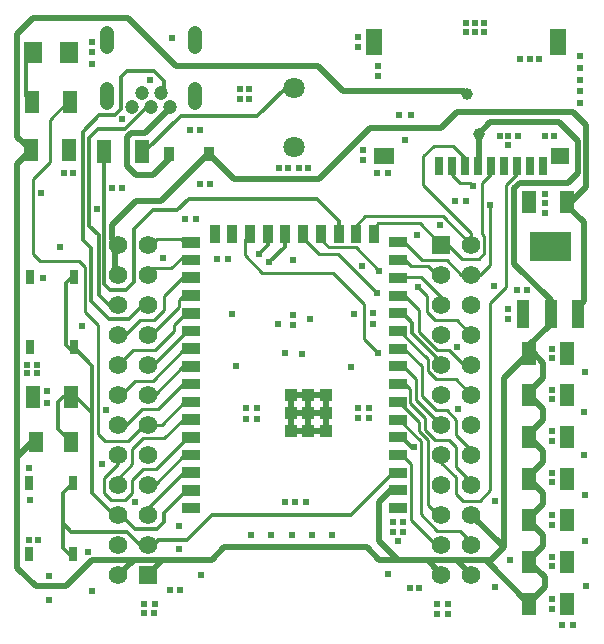
<source format=gtl>
G04 Layer: TopLayer*
G04 EasyEDA v6.4.25, 2021-10-04T21:21:11--4:00*
G04 2cf70da8eae2490c89e5189a04a06a47,96b9eb17c6bf4bf1aa34359f555252a9,10*
G04 Gerber Generator version 0.2*
G04 Scale: 100 percent, Rotated: No, Reflected: No *
G04 Dimensions in millimeters *
G04 leading zeros omitted , absolute positions ,4 integer and 5 decimal *
%FSLAX45Y45*%
%MOMM*%

%ADD10C,0.2540*%
%ADD11C,0.3000*%
%ADD12C,0.5000*%
%ADD13C,0.6096*%
%ADD14C,1.0000*%
%ADD15R,0.7000X1.3000*%
%ADD17R,0.9500X1.1500*%
%ADD19R,1.0500X2.4650*%
%ADD21R,1.2000X1.9000*%
%ADD22R,0.7010X1.6002*%
%ADD23R,1.6002X1.3995*%
%ADD24R,1.3995X2.1996*%
%ADD25R,1.8009X1.3995*%
%ADD26R,1.5000X0.9000*%
%ADD27R,0.9000X1.5000*%
%ADD28R,1.0500X1.0500*%
%ADD29C,1.8000*%
%ADD30C,1.2000*%
%ADD31R,1.5748X1.5748*%
%ADD32C,1.5748*%
%ADD33C,0.6200*%

%LPD*%
D11*
X1935119Y-1519890D02*
G01*
X1999889Y-1519890D01*
X2079899Y-1599900D01*
X2079899Y-1689816D01*
X2323993Y-1933910D01*
X2323993Y-1957532D01*
D12*
X3390031Y-580090D02*
G01*
X3390031Y-610062D01*
X3529985Y-750016D01*
X3529985Y-1414734D01*
X3479693Y-1465026D01*
X-412094Y-939502D02*
G01*
X-460103Y-891491D01*
X-460103Y-770097D01*
X-259923Y-569930D01*
X-49933Y-569930D01*
X349991Y-170007D01*
X359227Y-170007D01*
D11*
X-810011Y-2229998D02*
G01*
X-879998Y-2229998D01*
X-920000Y-2270000D01*
X-920000Y-2502153D01*
X-812137Y-2610017D01*
X-630026Y-2365247D02*
G01*
X-765276Y-2229998D01*
X-810011Y-2229998D01*
X-794872Y-2960070D02*
G01*
X-879962Y-3044906D01*
X-879962Y-3509980D01*
X-829924Y-3560018D01*
X-794872Y-3560018D01*
D12*
X2210000Y-3610002D02*
G01*
X2323993Y-3735532D01*
D10*
X1942993Y-1370030D02*
G01*
X2019955Y-1370030D01*
X2140097Y-1490172D01*
X2140097Y-1680164D01*
X2289957Y-1830024D01*
X2390033Y-1830024D01*
X2518049Y-1958040D01*
X2577993Y-1958040D01*
D12*
X3060085Y-2560020D02*
G01*
X3189879Y-2689814D01*
X3189879Y-2776682D01*
X3060085Y-2906476D01*
X3060085Y-3269950D02*
G01*
X3189879Y-3399744D01*
X3189879Y-3486612D01*
X3060085Y-3616406D01*
X3250077Y-1465788D02*
G01*
X3250077Y-1610060D01*
X3060085Y-1800052D01*
D11*
X1960001Y-2870001D02*
G01*
X1920133Y-2869900D01*
X1559961Y-3230072D01*
X379877Y-3230072D01*
X170073Y-3439876D01*
X-69956Y-3439876D01*
X-109580Y-3479500D01*
X-158094Y-3479500D01*
D12*
X3060085Y-1850090D02*
G01*
X3099963Y-1850090D01*
X3189879Y-1939752D01*
X3189879Y-2066752D01*
X3060085Y-2196546D01*
D10*
X1935119Y-2420066D02*
G01*
X1969917Y-2420066D01*
X2150003Y-2600152D01*
X2150003Y-3219912D01*
X2289957Y-3360120D01*
X2480203Y-3360120D01*
X2577993Y-3457910D01*
X2577993Y-3481532D01*
D12*
X3069991Y-3625042D02*
G01*
X3199785Y-3754836D01*
X3199785Y-3841704D01*
X3069991Y-3971498D01*
X3060085Y-2915112D02*
G01*
X3189879Y-3044906D01*
X3189879Y-3131774D01*
X3060085Y-3261568D01*
X3060085Y-2204928D02*
G01*
X3189879Y-2334722D01*
X3189879Y-2421590D01*
X3060085Y-2551384D01*
D10*
X185059Y-919942D02*
G01*
X149753Y-919942D01*
X119781Y-889970D01*
X-80878Y-889970D01*
X-130408Y-939500D01*
D12*
X2859933Y-3500074D02*
G01*
X2577993Y-3227532D01*
X2577993Y-3227532D01*
D10*
X1935119Y-2720040D02*
G01*
X1989983Y-2720040D01*
X2069993Y-2800050D01*
X2069993Y-3269950D01*
X2281575Y-3481532D01*
X2323993Y-3481532D01*
X1935119Y-2269952D02*
G01*
X1969917Y-2269952D01*
X2140097Y-2440132D01*
X2140097Y-2519888D01*
X2209947Y-2589738D01*
X2209947Y-3139902D01*
X2297577Y-3227532D01*
X2323993Y-3227532D01*
D12*
X2460000Y-3610002D02*
G01*
X2577213Y-3735445D01*
D10*
X1935119Y-1969978D02*
G01*
X1999889Y-1969978D01*
X2110125Y-2080214D01*
X2110125Y-2251664D01*
X2323993Y-2465532D01*
X1142893Y-872444D02*
G01*
X1142893Y-902924D01*
X2129988Y-1300002D02*
G01*
X2200043Y-1370058D01*
X2200043Y-1509984D01*
X2270142Y-1580088D01*
X2454554Y-1580088D01*
X2577993Y-1703529D01*
X209951Y-1070056D02*
G01*
X179979Y-1040084D01*
X139847Y-1040084D01*
X40025Y-1139906D01*
X-104500Y-1139906D01*
X-158094Y-1193500D01*
X199999Y-2870001D02*
G01*
X140101Y-2869900D01*
X-158094Y-3168096D01*
X-158094Y-3225500D01*
X199999Y-2720002D02*
G01*
X150007Y-2720040D01*
X-101452Y-2971500D01*
X-158094Y-2971500D01*
X199999Y-2270000D02*
G01*
X150007Y-2269952D01*
X-43540Y-2463500D01*
X-158094Y-2463500D01*
X199999Y-1970001D02*
G01*
X139339Y-1970232D01*
X-97642Y-2209500D01*
X-158094Y-2209500D01*
X199999Y-1820001D02*
G01*
X150007Y-1820118D01*
X-119994Y-2090120D01*
X-270108Y-2090120D01*
X-389488Y-2209500D01*
X-412094Y-2209500D01*
X199999Y-1369999D02*
G01*
X139847Y-1370030D01*
X99969Y-1409908D01*
X99969Y-1470106D01*
X-131424Y-1701500D01*
X-158094Y-1701500D01*
D12*
X-279999Y-3610002D02*
G01*
X-412094Y-3733500D01*
X-36174Y-3610056D02*
G01*
X-158094Y-3733500D01*
D10*
X1935119Y-1230076D02*
G01*
X1955185Y-1210010D01*
X2150003Y-1210010D01*
X2323993Y-1384000D01*
X2323993Y-1439880D01*
X1935119Y-1070056D02*
G01*
X2019955Y-1070056D01*
X2069993Y-1120094D01*
X2210201Y-1120094D01*
X2285639Y-1195532D01*
X2323993Y-1195532D01*
X1935119Y-919942D02*
G01*
X2010049Y-919942D01*
X2159909Y-1070056D01*
X2369967Y-1070056D01*
X2495443Y-1195532D01*
X2577993Y-1195532D01*
X189885Y-2429972D02*
G01*
X129941Y-2429972D01*
X-20172Y-2580086D01*
X-200004Y-2580086D01*
X-289920Y-2670002D01*
X-289920Y-2799796D01*
X-412094Y-2921970D01*
X-412094Y-2971500D01*
D12*
X1989983Y-3610056D02*
G01*
X1960011Y-3610056D01*
X1799991Y-3450036D01*
X1799991Y-3120090D01*
X1900067Y-3020014D01*
X1950105Y-3020014D01*
D10*
X1300119Y-850092D02*
G01*
X1300119Y-889970D01*
X1369969Y-960074D01*
X1600093Y-960074D01*
X1799991Y-1159972D01*
X1592981Y-872444D02*
G01*
X1592981Y-787100D01*
X1680103Y-699978D01*
X2336439Y-699978D01*
X2577993Y-941532D01*
D11*
X2090008Y-2650012D02*
G01*
X2070072Y-2650012D01*
X1989985Y-2569926D01*
X1935119Y-2569926D01*
D10*
X1743095Y-870158D02*
G01*
X1743095Y-806912D01*
X1790085Y-759922D01*
X2142383Y-759922D01*
X2323993Y-941532D01*
X200045Y-1519890D02*
G01*
X159913Y-1519890D01*
X60091Y-1619966D01*
X60091Y-1670004D01*
X-99928Y-1830024D01*
X-286618Y-1830024D01*
X-412094Y-1955500D01*
X199999Y-1670001D02*
G01*
X170073Y-1670004D01*
X-115422Y-1955500D01*
X-158094Y-1955500D01*
D12*
X3069991Y-1859996D02*
G01*
X2859933Y-2070054D01*
X2859933Y-3500074D01*
X2749951Y-3610056D01*
X2690007Y-3610056D01*
D10*
X1142893Y-872444D02*
G01*
X1290467Y-1020018D01*
X1450233Y-1020018D01*
X1779925Y-1349964D01*
X204871Y-2569926D02*
G01*
X179979Y-2569926D01*
X-90022Y-2839928D01*
X-200004Y-2839928D01*
X-289920Y-2930098D01*
X-289920Y-3040080D01*
X-350118Y-3100024D01*
X-470006Y-3100024D01*
X-529950Y-3040080D01*
X-529950Y-2910794D01*
X-412094Y-2792938D01*
X-412094Y-2717500D01*
X200045Y-2120092D02*
G01*
X139847Y-2120092D01*
X-69956Y-2329896D01*
X-209402Y-2329896D01*
X-343006Y-2463500D01*
X-412094Y-2463500D01*
D11*
X-1129898Y689909D02*
G01*
X-1191366Y628441D01*
X-1191366Y321355D01*
X-1140058Y270047D01*
D12*
X3069991Y-3979626D02*
G01*
X2700167Y-3608786D01*
X1799991Y-3608786D01*
X1692295Y-3502360D01*
X487065Y-3502360D01*
X379877Y-3608786D01*
X-630534Y-3608786D01*
X-851768Y-3830020D01*
X-1110086Y-3830020D01*
X-1263756Y-3676350D01*
X-1263756Y-253700D01*
X-1149964Y-139908D01*
X-1263756Y-2787858D02*
G01*
X-1263756Y-2737312D01*
X-1140312Y-2610058D01*
X-1107800Y-2610058D01*
X28087Y227375D02*
G01*
X28087Y217977D01*
X-182986Y7157D01*
X-303636Y7157D01*
X-335894Y-25100D01*
X-335894Y-274020D01*
X-259948Y-349966D01*
X-117708Y-349966D01*
X20721Y-211536D01*
X20721Y-169880D01*
X2639994Y1417D02*
G01*
X2639994Y-269544D01*
X2636893Y-272646D01*
D10*
X2746903Y-272750D02*
G01*
X2746903Y-341838D01*
X2669941Y-418800D01*
X2669941Y-849838D01*
X2690007Y-869904D01*
X2690007Y-1009858D01*
X2639969Y-1059896D01*
X2499761Y-1059896D01*
X2381651Y-941532D01*
X2323993Y-941532D01*
D12*
X3250077Y-1525732D02*
G01*
X3250077Y-1409908D01*
X2940705Y-1100536D01*
X2940705Y-461472D01*
X2988457Y-413720D01*
X3396381Y-413720D01*
X3478169Y-331932D01*
X3478169Y-63200D01*
X3318657Y96311D01*
X2734965Y96311D01*
X2639969Y1315D01*
D11*
X-158094Y-3479500D02*
G01*
X-223372Y-3479500D01*
X-332846Y-3370026D01*
X-809858Y-3370026D01*
X-879962Y-3299922D01*
X-879962Y-3040080D01*
X-412094Y-1447500D02*
G01*
X-492612Y-1447500D01*
X-576940Y-1363172D01*
X-576940Y-860252D01*
X-657712Y-779480D01*
X-657712Y-37546D01*
X-581512Y38653D01*
X-351388Y38653D01*
X-162666Y227375D01*
X-131932Y227375D01*
X1455059Y-845012D02*
G01*
X1455059Y-735030D01*
X1270147Y-550118D01*
X189885Y-550118D01*
X90063Y-649940D01*
X-119994Y-649940D01*
X-280014Y-809960D01*
X-280014Y-1254714D01*
X-345292Y-1319992D01*
X-479912Y-1319992D01*
X-529950Y-1269954D01*
X-529950Y-150068D01*
X-209910Y-150068D02*
G01*
X-179938Y-150068D01*
X120035Y149905D01*
X768243Y149905D01*
X1012083Y390443D01*
X1080155Y389935D01*
X855009Y-845014D02*
G01*
X855009Y-944986D01*
X780003Y-1019992D01*
X1004991Y-845014D02*
G01*
X1004991Y-954999D01*
X869995Y-1089995D01*
X185059Y-3020014D02*
G01*
X170073Y-3020014D01*
X-20680Y-3210768D01*
X-20680Y-3290778D01*
X-79862Y-3349960D01*
X-264520Y-3349960D01*
X-388980Y-3225500D01*
X-412094Y-3225500D01*
X-784992Y-1809983D02*
G01*
X-630026Y-1964949D01*
X-630026Y-3040080D01*
X-444606Y-3225502D01*
X-412094Y-3225502D01*
D10*
X2577993Y-941532D02*
G01*
X2577993Y-837900D01*
X2173879Y-433786D01*
X2173879Y-186136D01*
X2259985Y-100030D01*
X2420005Y-100030D01*
X2530241Y-210266D01*
X2530241Y-272750D01*
X2589931Y-440136D02*
G01*
X2564531Y-414736D01*
X2484521Y-414736D01*
X2416957Y-346918D01*
X2416957Y-272750D01*
X2577993Y-1195532D02*
G01*
X2654447Y-1195532D01*
X2740045Y-1109934D01*
X2740045Y-601172D01*
D11*
X-158094Y-1447500D02*
G01*
X-197464Y-1447500D01*
X-320654Y-1569928D01*
X-490072Y-1569928D01*
X-639932Y-1420068D01*
X-639932Y-971250D01*
X-712576Y-898606D01*
X-712576Y17571D01*
X-570082Y160065D01*
X-440034Y160065D01*
X-389996Y210103D01*
X-389996Y481375D01*
X-337926Y533445D01*
X-110342Y533445D01*
X-24998Y447847D01*
X-24998Y382823D01*
X-59796Y347771D01*
X-51922Y347771D01*
D10*
X-820018Y270047D02*
G01*
X-840084Y270047D01*
X-989944Y119933D01*
X-989944Y-240746D01*
X-1129898Y-380700D01*
X-1129898Y-1020018D01*
X-1069954Y-1080216D01*
X-1092814Y-1058626D02*
G01*
X-1071478Y-1079962D01*
X-740008Y-1079962D01*
X-689970Y-1130000D01*
X-689970Y-1509984D01*
X-577956Y-1621998D01*
X-577956Y-2541224D01*
X-518774Y-2600406D01*
X-326750Y-2600406D01*
X-186288Y-2459944D01*
X-159872Y-2459944D01*
D11*
X-784992Y-1210010D02*
G01*
X-799952Y-1210010D01*
X-849988Y-1260045D01*
X-849988Y-1789892D01*
X-820018Y-1820118D01*
X-784964Y-1820118D01*
D12*
X359303Y-169880D02*
G01*
X569361Y-379938D01*
X1289959Y-379938D01*
X1719981Y50083D01*
X2326533Y50083D01*
X2456327Y179877D01*
X3440069Y179877D01*
X3548527Y71419D01*
X3548527Y-451566D01*
X3420003Y-580090D01*
X3390031Y-580090D01*
X-1149964Y-139908D02*
G01*
X-1264518Y-25354D01*
X-1264518Y846373D01*
X-1129898Y980993D01*
X-329798Y980993D01*
X81173Y570021D01*
X1280053Y570021D01*
X1490111Y359963D01*
X2520081Y359963D01*
X2539893Y339897D01*
D10*
X704997Y-845012D02*
G01*
X660039Y-889970D01*
X660039Y-1029924D01*
X810915Y-1180800D01*
X1410863Y-1180800D01*
X1669943Y-1439880D01*
X1669943Y-1739854D01*
X1790085Y-1859996D01*
X1935119Y-2120092D02*
G01*
X2020209Y-2120092D01*
X2060087Y-2159970D01*
X2060087Y-2280112D01*
X2189881Y-2409906D01*
X2189881Y-2509982D01*
X2269891Y-2589992D01*
X2390033Y-2589992D01*
X2449977Y-2649936D01*
X2449977Y-2819862D01*
X2577993Y-2947878D01*
X2577993Y-2973532D01*
X1935119Y-1820118D02*
G01*
X2010049Y-1820118D01*
X2159909Y-1969978D01*
X2159909Y-2219914D01*
X2280051Y-2340056D01*
X2369967Y-2340056D01*
X2449977Y-2420066D01*
X2449977Y-2549860D01*
X2577993Y-2677876D01*
X2577993Y-2719532D01*
D12*
X-410062Y-940008D02*
G01*
X-440034Y-969980D01*
X-440034Y-1164036D01*
X-410062Y-1194008D01*
D10*
X200045Y-1219916D02*
G01*
X130195Y-1219916D01*
X-19918Y-1370030D01*
X-19918Y-1489918D01*
X-110088Y-1580088D01*
X-229976Y-1580088D01*
X-351388Y-1701500D01*
X-412094Y-1701500D01*
X1935119Y-1670004D02*
G01*
X1969917Y-1670004D01*
X2209947Y-1910034D01*
X2209947Y-2010110D01*
X2279797Y-2079960D01*
X2446421Y-2079960D01*
X2577993Y-2211532D01*
X2323993Y-2719532D02*
G01*
X2323993Y-2784048D01*
X2449977Y-2910032D01*
X2449977Y-3049986D01*
X2509921Y-3109930D01*
X2649875Y-3109930D01*
X2740045Y-3019760D01*
X2740045Y-1429974D01*
X2875173Y-1294846D01*
X2875173Y-431246D01*
X2966613Y-340822D01*
X2966867Y-272750D01*
D15*
G01*
X-1165001Y-3559992D03*
G01*
X-1165001Y-2960019D03*
G01*
X-794999Y-3559992D03*
G01*
X-794999Y-2960019D03*
G36*
X-1205001Y780000D02*
G01*
X-1054999Y780000D01*
X-1054999Y600001D01*
X-1205001Y600001D01*
G37*
G36*
X-905001Y780000D02*
G01*
X-754999Y780000D01*
X-754999Y600001D01*
X-905001Y600001D01*
G37*
D17*
G01*
X20772Y-170007D03*
G01*
X359252Y-170007D03*
G36*
X-1047501Y-2524953D02*
G01*
X-1047501Y-2695051D01*
X-1168252Y-2695051D01*
X-1168252Y-2524953D01*
G37*
G36*
X-872500Y-2524953D02*
G01*
X-872500Y-2695051D01*
X-751748Y-2695051D01*
X-751748Y-2524953D01*
G37*
D19*
G01*
X3020004Y-1525757D03*
G01*
X3250001Y-1525757D03*
G01*
X3479998Y-1525757D03*
G36*
X3427001Y-1077501D02*
G01*
X3073001Y-1077501D01*
X3073001Y-830999D01*
X3427001Y-830999D01*
G37*
G36*
X-269991Y-54998D02*
G01*
X-149992Y-54998D01*
X-149992Y-245000D01*
X-269991Y-245000D01*
G37*
G36*
X-590006Y-54998D02*
G01*
X-470006Y-54998D01*
X-470006Y-245000D01*
X-590006Y-245000D01*
G37*
D15*
G01*
X-1155019Y-1809983D03*
G01*
X-1155019Y-1210010D03*
G01*
X-784992Y-1809983D03*
G01*
X-784992Y-1210010D03*
D21*
G01*
X3390005Y-3273328D03*
G01*
X3069991Y-3273328D03*
G01*
X3390005Y-2213335D03*
G01*
X3069991Y-2213335D03*
G01*
X3390005Y-2919989D03*
G01*
X3069991Y-2919989D03*
G01*
X3390005Y-3980007D03*
G01*
X3069991Y-3980007D03*
G36*
X3009999Y-1765000D02*
G01*
X3129998Y-1765000D01*
X3129998Y-1955002D01*
X3009999Y-1955002D01*
G37*
G36*
X3330013Y-1765000D02*
G01*
X3450013Y-1765000D01*
X3450013Y-1955002D01*
X3330013Y-1955002D01*
G37*
G01*
X-1140007Y269996D03*
G01*
X-819993Y269996D03*
G01*
X3390005Y-3626667D03*
G01*
X3069991Y-3626667D03*
G01*
X3390005Y-2566675D03*
G01*
X3069991Y-2566675D03*
D22*
G01*
X2306899Y-272648D03*
G01*
X2416906Y-272648D03*
G01*
X2526913Y-272648D03*
G01*
X2636895Y-272648D03*
G01*
X2746903Y-272648D03*
G01*
X2856910Y-272648D03*
G01*
X2966892Y-272648D03*
G01*
X3076900Y-272648D03*
G01*
X3186907Y-272648D03*
D23*
G01*
X3331890Y-187355D03*
D24*
G01*
X3311900Y772637D03*
D25*
G01*
X1836846Y-187304D03*
D24*
G01*
X1751909Y772637D03*
D26*
G01*
X1955007Y-2270003D03*
G01*
X1955007Y-2119990D03*
G01*
X1955007Y-1970003D03*
G01*
X1955007Y-1819991D03*
G01*
X1955007Y-1670004D03*
G01*
X1955007Y-1519991D03*
G01*
X1955007Y-1370004D03*
G01*
X1955007Y-1219992D03*
G01*
X1955007Y-1070005D03*
G01*
X1955007Y-919993D03*
G01*
X1955007Y-2419990D03*
G01*
X1955007Y-2570002D03*
G01*
X1955007Y-2719989D03*
G01*
X1955007Y-2870001D03*
G01*
X1955007Y-3020014D03*
G01*
X1955007Y-3170001D03*
D27*
G01*
X1755007Y-845012D03*
G01*
X1604995Y-845012D03*
G01*
X1455008Y-845012D03*
G01*
X1304996Y-845012D03*
G01*
X1155009Y-845012D03*
G01*
X1004996Y-845012D03*
G01*
X855009Y-845012D03*
G01*
X704997Y-845012D03*
G01*
X555010Y-845012D03*
G01*
X404997Y-845012D03*
G36*
X129999Y-874999D02*
G01*
X280001Y-874999D01*
X280001Y-965001D01*
X129999Y-965001D01*
G37*
G36*
X129999Y-1024999D02*
G01*
X280001Y-1024999D01*
X280001Y-1115001D01*
X129999Y-1115001D01*
G37*
G36*
X129999Y-1174998D02*
G01*
X280001Y-1174998D01*
X280001Y-1265001D01*
X129999Y-1265001D01*
G37*
G36*
X129999Y-1324998D02*
G01*
X280001Y-1324998D01*
X280001Y-1415000D01*
X129999Y-1415000D01*
G37*
G36*
X129999Y-1474998D02*
G01*
X280001Y-1474998D01*
X280001Y-1565000D01*
X129999Y-1565000D01*
G37*
G36*
X129999Y-1624998D02*
G01*
X280001Y-1624998D01*
X280001Y-1715000D01*
X129999Y-1715000D01*
G37*
G36*
X129999Y-1775000D02*
G01*
X280001Y-1775000D01*
X280001Y-1865002D01*
X129999Y-1865002D01*
G37*
G36*
X129999Y-1924999D02*
G01*
X280001Y-1924999D01*
X280001Y-2015002D01*
X129999Y-2015002D01*
G37*
G36*
X129999Y-2074999D02*
G01*
X280001Y-2074999D01*
X280001Y-2165002D01*
X129999Y-2165002D01*
G37*
G36*
X129999Y-2224999D02*
G01*
X280001Y-2224999D01*
X280001Y-2315001D01*
X129999Y-2315001D01*
G37*
G36*
X129999Y-2374999D02*
G01*
X280001Y-2374999D01*
X280001Y-2465001D01*
X129999Y-2465001D01*
G37*
G36*
X129999Y-2524998D02*
G01*
X280001Y-2524998D01*
X280001Y-2615001D01*
X129999Y-2615001D01*
G37*
G36*
X129999Y-2674998D02*
G01*
X280001Y-2674998D01*
X280001Y-2765000D01*
X129999Y-2765000D01*
G37*
G36*
X129999Y-2824998D02*
G01*
X280001Y-2824998D01*
X280001Y-2915000D01*
X129999Y-2915000D01*
G37*
G36*
X129999Y-2975000D02*
G01*
X280001Y-2975000D01*
X280001Y-3065002D01*
X129999Y-3065002D01*
G37*
G36*
X129999Y-3125000D02*
G01*
X280001Y-3125000D01*
X280001Y-3215002D01*
X129999Y-3215002D01*
G37*
D28*
G01*
X1349014Y-2515011D03*
G01*
X1199001Y-2515011D03*
G01*
X1048989Y-2515011D03*
G01*
X1048989Y-2364999D03*
G01*
X1199001Y-2364999D03*
G01*
X1349014Y-2364999D03*
G01*
X1048989Y-2215012D03*
G01*
X1199001Y-2215012D03*
G01*
X1349014Y-2215012D03*
D21*
G01*
X-830000Y-140009D03*
G01*
X-1150015Y-140009D03*
G36*
X3010001Y-485000D02*
G01*
X3130001Y-485000D01*
X3130001Y-675002D01*
X3010001Y-675002D01*
G37*
G36*
X3330016Y-485000D02*
G01*
X3450015Y-485000D01*
X3450015Y-675002D01*
X3330016Y-675002D01*
G37*
G01*
X-810011Y-2229998D03*
G01*
X-1130025Y-2229998D03*
D29*
G01*
X1080079Y390062D03*
G01*
X1080079Y-109910D03*
D30*
G01*
X-292003Y227451D03*
G01*
X-132008Y227451D03*
G01*
X-211993Y347822D03*
G01*
X-51998Y347822D03*
G01*
X27985Y227451D03*
D31*
G01*
X-158094Y-3733500D03*
D32*
G01*
X-412094Y-3733500D03*
G01*
X-158094Y-3479500D03*
G01*
X-412094Y-3479500D03*
G01*
X-158094Y-3225500D03*
G01*
X-412094Y-3225500D03*
G01*
X-158094Y-2971500D03*
G01*
X-412094Y-2971500D03*
G01*
X-158094Y-2717500D03*
G01*
X-412094Y-2717500D03*
G01*
X-158094Y-2463500D03*
G01*
X-412094Y-2463500D03*
G01*
X-158094Y-2209500D03*
G01*
X-412094Y-2209500D03*
G01*
X-158094Y-1955500D03*
G01*
X-412094Y-1955500D03*
G01*
X-158094Y-1701500D03*
G01*
X-412094Y-1701500D03*
G01*
X-158094Y-1447500D03*
G01*
X-412094Y-1447500D03*
G01*
X-158094Y-1193500D03*
G01*
X-412094Y-1193500D03*
G01*
X-158094Y-939500D03*
G01*
X-412094Y-939500D03*
D31*
G01*
X2324018Y-941405D03*
D32*
G01*
X2578018Y-941405D03*
G01*
X2324018Y-1195405D03*
G01*
X2578018Y-1195405D03*
G01*
X2324018Y-1449405D03*
G01*
X2578018Y-1449405D03*
G01*
X2324018Y-1703405D03*
G01*
X2578018Y-1703405D03*
G01*
X2324018Y-1957405D03*
G01*
X2578018Y-1957405D03*
G01*
X2324018Y-2211405D03*
G01*
X2578018Y-2211405D03*
G01*
X2324018Y-2465405D03*
G01*
X2578018Y-2465405D03*
G01*
X2324018Y-2719405D03*
G01*
X2578018Y-2719405D03*
G01*
X2324018Y-2973405D03*
G01*
X2578018Y-2973405D03*
G01*
X2324018Y-3227405D03*
G01*
X2578018Y-3227405D03*
G01*
X2324018Y-3481405D03*
G01*
X2578018Y-3481405D03*
G01*
X2324018Y-3735405D03*
G01*
X2578018Y-3735405D03*
D33*
G01*
X1274008Y-2515036D03*
G01*
X1123995Y-2515036D03*
G01*
X1048989Y-2440030D03*
G01*
X1048989Y-2290018D03*
G01*
X1123995Y-2215037D03*
G01*
X1274008Y-2215037D03*
G01*
X1274008Y-2365024D03*
G01*
X1123995Y-2365024D03*
G01*
X1199001Y-2445034D03*
G01*
X1199001Y-2289027D03*
G01*
X1349014Y-2442011D03*
G01*
X1348988Y-2289027D03*
D13*
G01*
X1120007Y-289996D03*
G01*
X1790009Y-1859996D03*
G01*
X-630001Y-3869999D03*
G01*
X2469992Y-2329997D03*
G01*
X2769991Y-1289994D03*
G01*
X99994Y-3320013D03*
G01*
X-270007Y-3120014D03*
G01*
X1663796Y-141102D03*
G01*
X2739994Y-601273D03*
G01*
X250007Y769995D03*
G01*
X1180002Y-3120014D03*
G01*
X999992Y-3120014D03*
G01*
X-992967Y-3950949D03*
G01*
X-994897Y-3746962D03*
G01*
X-1089995Y-3440003D03*
G01*
X3496457Y658261D03*
G01*
X99994Y-3520013D03*
G01*
X1402481Y-3397788D03*
G01*
X1057473Y-3397788D03*
G01*
X712490Y-3397788D03*
G01*
X2971439Y-21544D03*
G01*
X3153785Y628721D03*
G01*
X3073775Y628721D03*
G01*
X2993791Y628721D03*
G01*
X1960011Y-3450010D03*
G01*
X3050001Y-1319992D03*
G01*
X2970016Y-1319992D03*
G01*
X3260008Y-4020012D03*
G01*
X3260008Y-3940002D03*
G01*
X3260008Y-3660018D03*
G01*
X3260008Y-3580008D03*
G01*
X3260008Y-3310006D03*
G01*
X3260008Y-3229996D03*
G01*
X3260008Y-2870001D03*
G01*
X3260008Y-2950011D03*
G01*
X3260008Y-2599999D03*
G01*
X3260008Y-2520015D03*
G01*
X3260008Y-2249987D03*
G01*
X3260008Y-2170003D03*
G01*
X3260008Y-1900001D03*
G01*
X3260008Y-1819991D03*
G01*
X2129988Y-1300002D03*
G01*
X1780001Y-1349989D03*
G01*
X1799991Y-1159997D03*
G01*
X1920006Y-3370000D03*
G01*
X2000016Y-3289990D03*
G01*
X2090008Y-2650012D03*
G01*
X1090010Y-3120014D03*
G01*
X1920006Y-3289990D03*
G01*
X2000016Y-3370000D03*
G01*
X-1100002Y-1959996D03*
G01*
X2069993Y159989D03*
G01*
X-1170005Y-3440003D03*
G01*
X2891454Y-91546D03*
G01*
X-1010010Y-2180010D03*
G01*
X2779999Y-3110006D03*
G01*
X1869993Y-3729995D03*
G01*
X290012Y-3740002D03*
G01*
X884981Y-3397788D03*
G01*
X1229989Y-3397788D03*
G01*
X1653661Y-1121262D03*
G01*
X1070096Y-1531218D03*
G01*
X1585920Y-1527662D03*
G01*
X945078Y-1607469D03*
G01*
X1068903Y-1619255D03*
G01*
X1213810Y-1568734D03*
G01*
X2891454Y-21544D03*
G01*
X1709999Y-2319990D03*
G01*
X2590007Y-440009D03*
G01*
X1618889Y820008D03*
G01*
X1969993Y159989D03*
G01*
X2120005Y-859998D03*
G01*
X-30002Y-1049990D03*
G01*
X3496457Y458261D03*
G01*
X3496457Y258262D03*
G01*
X3200013Y-590021D03*
G01*
X3200013Y-670006D03*
G01*
X3200013Y-510011D03*
G01*
X48356Y812363D03*
G01*
X1618889Y729990D03*
G01*
X1790009Y574923D03*
G01*
X1199992Y-289996D03*
G01*
X554324Y-1522252D03*
G01*
X2909996Y-3610005D03*
G01*
X247213Y-723397D03*
G01*
X-670006Y-3540003D03*
G01*
X2779999Y-3840002D03*
G01*
X2139995Y-3850010D03*
G01*
X2460010Y-1810009D03*
G01*
X2309997Y-770006D03*
G01*
X29992Y-3859992D03*
G01*
X3496457Y558261D03*
G01*
X3496457Y358261D03*
G01*
X2890006Y-1480012D03*
G01*
X2890006Y-1570004D03*
G01*
X1663796Y-221112D03*
G01*
X1780001Y-330001D03*
G01*
X1620006Y-2319990D03*
G01*
X1709999Y-2410007D03*
G01*
X1620006Y-2410007D03*
G01*
X-1179987Y-2029998D03*
G01*
X-1170005Y-2829996D03*
G01*
X-630001Y780003D03*
G01*
X-630001Y690011D03*
G01*
X950005Y-289996D03*
G01*
X1029990Y-289996D03*
G01*
X-459999Y-459999D03*
G01*
X110002Y-3859992D03*
G01*
X2060011Y-3850010D03*
G01*
X-100004Y-3980007D03*
G01*
X-189997Y-3980007D03*
G01*
X-189997Y-4059991D03*
G01*
X-109987Y-4059991D03*
G01*
X2290008Y-3980007D03*
G01*
X2380000Y-3980007D03*
G01*
X2380000Y-4070024D03*
G01*
X2290008Y-4070024D03*
G01*
X-1179987Y-1959996D03*
G01*
X157271Y-724540D03*
G01*
X585972Y-1966523D03*
G01*
X1143172Y-1863653D03*
G01*
X1558462Y-1973026D03*
G01*
X999992Y-1859996D03*
G01*
X1790009Y484906D03*
G01*
X3539992Y-2019990D03*
G01*
X3530010Y-2359995D03*
G01*
X3530010Y-2720014D03*
G01*
X3539992Y-3450010D03*
G01*
X3539992Y-3059993D03*
G01*
X3350000Y-4159991D03*
G01*
X3439993Y-4159991D03*
G01*
X-1010010Y-2280010D03*
G01*
X3550000Y-3829994D03*
G01*
X-1100002Y-2029998D03*
D14*
G01*
X2539994Y339999D03*
G01*
X2639994Y1417D03*
D13*
G01*
X2821452Y-21544D03*
G01*
X-379989Y-459999D03*
G01*
X-143794Y458642D03*
G01*
X-866932Y-333761D03*
G01*
X-790707Y-332821D03*
G01*
X-1159997Y-3099998D03*
G01*
X-1059997Y-500004D03*
G01*
X-900003Y-959998D03*
G01*
X-630001Y590011D03*
G01*
X763036Y-2414605D03*
G01*
X673044Y-2414605D03*
G01*
X673044Y-2324587D03*
G01*
X763036Y-2324587D03*
G01*
X1750004Y-1519991D03*
G01*
X1750004Y-1610009D03*
G01*
X-377601Y120822D03*
G01*
X284932Y-426674D03*
G01*
X366212Y-425429D03*
G01*
X2534940Y-568507D03*
G01*
X2444922Y-568507D03*
G01*
X2020006Y-49992D03*
G01*
X1068014Y-1070640D03*
G01*
X-514304Y-2337719D03*
G01*
X-546994Y-2800228D03*
G01*
X621050Y380410D03*
G01*
X701034Y380410D03*
G01*
X620008Y291104D03*
G01*
X699993Y291104D03*
G01*
X-592079Y-640339D03*
G01*
X1869993Y-330001D03*
G01*
X780003Y-1019992D03*
G01*
X869995Y-1089995D03*
G01*
X199994Y29992D03*
G01*
X281274Y31236D03*
G01*
X-714989Y-1630253D03*
G01*
X2530012Y939998D03*
G01*
X2609997Y939998D03*
G01*
X2690007Y939998D03*
G01*
X2530012Y859988D03*
G01*
X2609997Y859988D03*
G01*
X2690007Y859988D03*
G01*
X429991Y-1059997D03*
G01*
X519958Y-1058880D03*
G01*
X-1049990Y-1219992D03*
G01*
X3200013Y-19994D03*
G01*
X3279998Y-19994D03*
D30*
X241980Y732627D02*
G01*
X241980Y852627D01*
X241980Y257622D02*
G01*
X241980Y377621D01*
X-502010Y257622D02*
G01*
X-502010Y377621D01*
X-502010Y732627D02*
G01*
X-502010Y852627D01*
M02*

</source>
